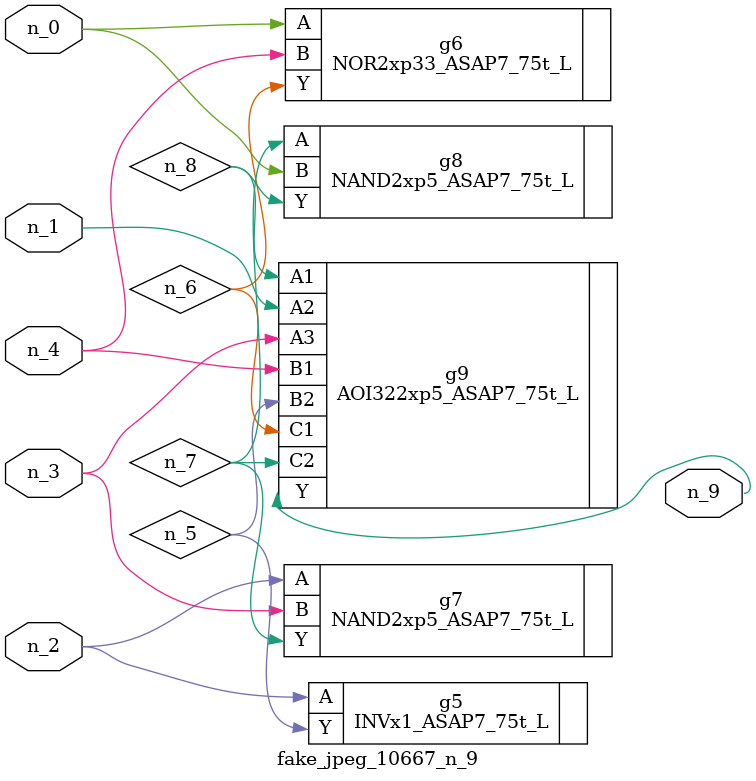
<source format=v>
module fake_jpeg_10667_n_9 (n_3, n_2, n_1, n_0, n_4, n_9);

input n_3;
input n_2;
input n_1;
input n_0;
input n_4;

output n_9;

wire n_8;
wire n_6;
wire n_5;
wire n_7;

INVx1_ASAP7_75t_L g5 ( 
.A(n_2),
.Y(n_5)
);

NOR2xp33_ASAP7_75t_L g6 ( 
.A(n_0),
.B(n_4),
.Y(n_6)
);

NAND2xp5_ASAP7_75t_L g7 ( 
.A(n_2),
.B(n_3),
.Y(n_7)
);

NAND2xp5_ASAP7_75t_L g8 ( 
.A(n_7),
.B(n_0),
.Y(n_8)
);

AOI322xp5_ASAP7_75t_L g9 ( 
.A1(n_8),
.A2(n_1),
.A3(n_3),
.B1(n_4),
.B2(n_5),
.C1(n_6),
.C2(n_7),
.Y(n_9)
);


endmodule
</source>
